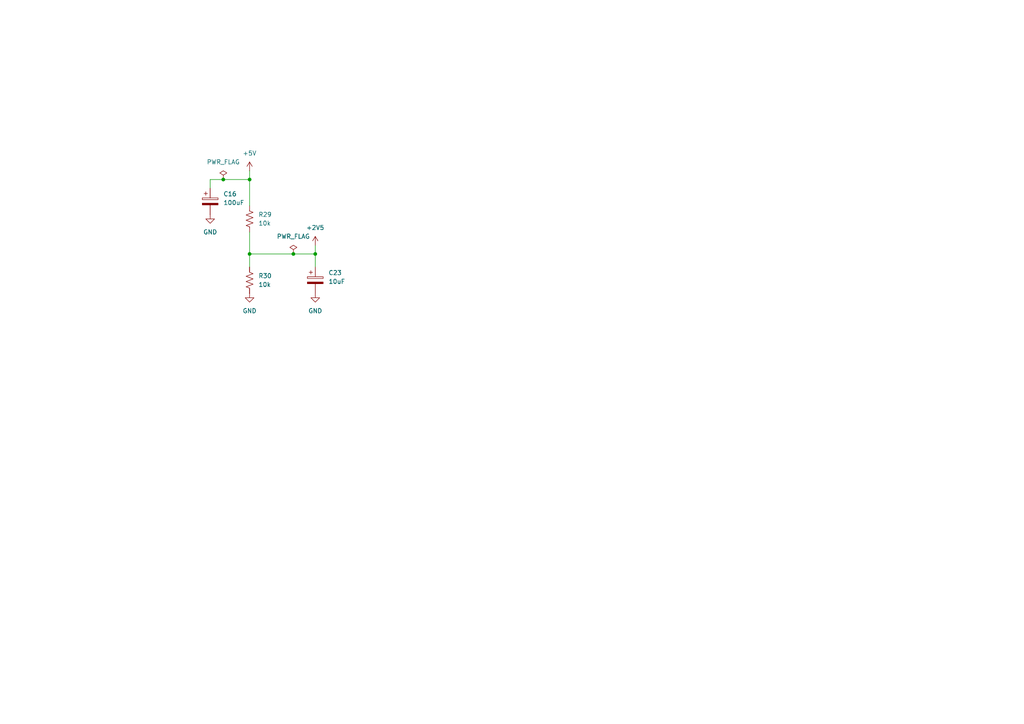
<source format=kicad_sch>
(kicad_sch (version 20231120) (generator "eeschema") (generator_version "8.0")
  (paper "A4")
  (lib_symbols
    (symbol "Device:C_Polarized" (pin_numbers hide) (pin_names (offset 0.254))
      (property "Reference" "C" (at 0.635 2.54 0))
      (property "Value" "C_Polarized" (at 0.635 -2.54 0))
      (symbol "C_Polarized_0_1"
        (rectangle (start -2.286 0.508) (end 2.286 1.016))
        (polyline (pts (xy -1.778 2.286) (xy -0.762 2.286)))
        (polyline (pts (xy -1.27 2.794) (xy -1.27 1.778)))
        (rectangle (start 2.286 -0.508) (end -2.286 -1.016) (fill (type outline)))
      )
      (symbol "C_Polarized_1_1"
        (pin passive line (at 0 3.81 270) (length 2.794) (name "~") (number "1"))
        (pin passive line (at 0 -3.81 90) (length 2.794) (name "~") (number "2"))
      )
    )
    (symbol "Device:R_US" (pin_numbers hide) (pin_names (offset 0))
      (property "Reference" "R" (at 2.54 0 90))
      (property "Value" "R_US" (at -2.54 0 90))
      (symbol "R_US_0_1"
        (polyline (pts (xy 0 -2.286) (xy 0 -2.54)))
        (polyline (pts (xy 0 2.286) (xy 0 2.54)))
        (polyline (pts (xy 0 -0.762) (xy 1.016 -1.143) (xy 0 -1.524) (xy -1.016 -1.905) (xy 0 -2.286)))
        (polyline (pts (xy 0 0.762) (xy 1.016 0.381) (xy 0 0) (xy -1.016 -0.381) (xy 0 -0.762)))
        (polyline (pts (xy 0 2.286) (xy 1.016 1.905) (xy 0 1.524) (xy -1.016 1.143) (xy 0 0.762)))
      )
      (symbol "R_US_1_1"
        (pin passive line (at 0 3.81 270) (length 1.27) (name "~") (number "1"))
        (pin passive line (at 0 -3.81 90) (length 1.27) (name "~") (number "2"))
      )
    )
    (symbol "power:+2V5" (power) (pin_numbers hide) (pin_names (offset 0) hide)
      (property "Value" "+2V5" (at 0 3.556 0))
      (symbol "+2V5_0_1"
        (polyline (pts (xy -0.762 1.27) (xy 0 2.54)))
        (polyline (pts (xy 0 0) (xy 0 2.54)))
        (polyline (pts (xy 0 2.54) (xy 0.762 1.27)))
      )
      (symbol "+2V5_1_1"
        (pin power_in line (at 0 0 90) (length 0) (name "~") (number "1"))
      )
    )
    (symbol "power:+5V" (power) (pin_numbers hide) (pin_names (offset 0) hide)
      (property "Value" "+5V" (at 0 3.556 0))
      (symbol "+5V_0_1"
        (polyline (pts (xy -0.762 1.27) (xy 0 2.54)))
        (polyline (pts (xy 0 0) (xy 0 2.54)))
        (polyline (pts (xy 0 2.54) (xy 0.762 1.27)))
      )
      (symbol "+5V_1_1"
        (pin power_in line (at 0 0 90) (length 0) (name "~") (number "1"))
      )
    )
    (symbol "power:GND" (power) (pin_numbers hide) (pin_names (offset 0) hide)
      (property "Value" "GND" (at 0 -3.81 0))
      (symbol "GND_0_1"
        (polyline (pts (xy 0 0) (xy 0 -1.27) (xy 1.27 -1.27) (xy 0 -2.54) (xy -1.27 -1.27) (xy 0 -1.27)))
      )
      (symbol "GND_1_1"
        (pin power_in line (at 0 0 270) (length 0) (name "~") (number "1"))
      )
    )
    (symbol "power:PWR_FLAG" (power) (pin_numbers hide) (pin_names (offset 0) hide)
      (property "Value" "PWR_FLAG" (at 0 3.81 0))
      (symbol "PWR_FLAG_0_0"
        (pin power_out line (at 0 0 90) (length 0) (name "~") (number "1"))
      )
      (symbol "PWR_FLAG_0_1"
        (polyline (pts (xy 0 0) (xy 0 1.27) (xy -1.016 1.905) (xy 0 2.54) (xy 1.016 1.905) (xy 0 1.27)))
      )
    )
  )
  (junction (at 72.39 73.66))
  (junction (at 72.39 52.07))
  (junction (at 85.09 73.66))
  (junction (at 64.77 52.07))
  (junction (at 91.44 73.66))
  (wire (pts (xy 72.39 52.07) (xy 72.39 59.69)))
  (wire (pts (xy 72.39 49.53) (xy 72.39 52.07)))
  (wire (pts (xy 72.39 73.66) (xy 72.39 77.47)))
  (wire (pts (xy 85.09 73.66) (xy 91.44 73.66)))
  (wire (pts (xy 60.96 52.07) (xy 64.77 52.07)))
  (wire (pts (xy 60.96 52.07) (xy 60.96 54.61)))
  (wire (pts (xy 72.39 73.66) (xy 85.09 73.66)))
  (wire (pts (xy 91.44 73.66) (xy 91.44 77.47)))
  (wire (pts (xy 64.77 52.07) (xy 72.39 52.07)))
  (wire (pts (xy 91.44 71.12) (xy 91.44 73.66)))
  (wire (pts (xy 72.39 67.31) (xy 72.39 73.66)))
  (symbol (lib_id "power:GND") (at 60.96 62.23 0) (unit 1)
    (property "Reference" "#PWR034" (effects (hide yes)))
    (property "Value" "GND" (at 60.96 67.31 0))
    (property "Description" "Power symbol creates a global label with name \"GND\" , ground" (effects (hide yes)))
  )
  (symbol (lib_id "Device:R_US") (at 72.39 81.28 0) (unit 1)
    (property "Reference" "R30" (at 74.93 80.0099 0) (effects (justify left)))
    (property "Value" "10k" (at 74.93 82.5499 0) (effects (justify left)))
    (property "Footprint" "Resistor_SMD:R_0805_2012Metric_Pad1.20x1.40mm_HandSolder" (effects (hide yes)))
    (property "Description" "Resistor, US symbol" (effects (hide yes)))
  )
  (symbol (lib_id "power:GND") (at 91.44 85.09 0) (unit 1)
    (property "Reference" "#PWR035" (effects (hide yes)))
    (property "Value" "GND" (at 91.44 90.17 0))
    (property "Description" "Power symbol creates a global label with name \"GND\" , ground" (effects (hide yes)))
  )
  (symbol (lib_id "power:PWR_FLAG") (at 85.09 73.66 0) (unit 1)
    (property "Reference" "#FLG02" (effects (hide yes)))
    (property "Value" "PWR_FLAG" (at 85.09 68.58 0))
    (property "Description" "Special symbol for telling ERC where power comes from" (effects (hide yes)))
  )
  (symbol (lib_id "power:GND") (at 72.39 85.09 0) (unit 1)
    (property "Reference" "#PWR033" (effects (hide yes)))
    (property "Value" "GND" (at 72.39 90.17 0))
    (property "Description" "Power symbol creates a global label with name \"GND\" , ground" (effects (hide yes)))
  )
  (symbol (lib_id "Device:C_Polarized") (at 60.96 58.42 0) (unit 1)
    (property "Reference" "C16" (at 64.77 56.2609 0) (effects (justify left)))
    (property "Value" "100uF" (at 64.77 58.8009 0) (effects (justify left)))
    (property "Footprint" "Capacitor_THT:CP_Radial_D5.0mm_P2.50mm" (effects (hide yes)))
    (property "Description" "Polarized capacitor" (effects (hide yes)))
  )
  (symbol (lib_id "Device:R_US") (at 72.39 63.5 0) (unit 1)
    (property "Reference" "R29" (at 74.93 62.2299 0) (effects (justify left)))
    (property "Value" "10k" (at 74.93 64.7699 0) (effects (justify left)))
    (property "Footprint" "Resistor_SMD:R_0805_2012Metric_Pad1.20x1.40mm_HandSolder" (effects (hide yes)))
    (property "Description" "Resistor, US symbol" (effects (hide yes)))
  )
  (symbol (lib_id "Device:C_Polarized") (at 91.44 81.28 0) (unit 1)
    (property "Reference" "C23" (at 95.25 79.1209 0) (effects (justify left)))
    (property "Value" "10uF" (at 95.25 81.6609 0) (effects (justify left)))
    (property "Footprint" "Capacitor_THT:CP_Radial_D5.0mm_P2.50mm" (effects (hide yes)))
    (property "Description" "Polarized capacitor" (effects (hide yes)))
  )
  (symbol (lib_id "power:+5V") (at 72.39 49.53 0) (unit 1)
    (property "Reference" "#PWR032" (effects (hide yes)))
    (property "Value" "+5V" (at 72.39 44.45 0))
    (property "Description" "Power symbol creates a global label with name \"+5V\"" (effects (hide yes)))
  )
  (symbol (lib_id "power:+2V5") (at 91.44 71.12 0) (unit 1)
    (property "Reference" "#PWR036" (effects (hide yes)))
    (property "Value" "+2V5" (at 91.44 66.04 0))
    (property "Description" "Power symbol creates a global label with name \"+2V5\"" (effects (hide yes)))
  )
  (symbol (lib_id "power:PWR_FLAG") (at 64.77 52.07 0) (unit 1)
    (property "Reference" "#FLG01" (effects (hide yes)))
    (property "Value" "PWR_FLAG" (at 64.77 46.99 0))
    (property "Description" "Special symbol for telling ERC where power comes from" (effects (hide yes)))
  )
)
</source>
